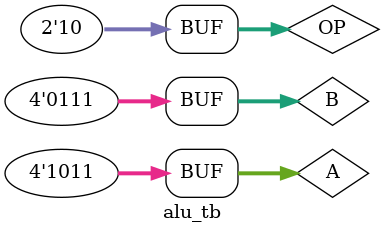
<source format=v>
module alu4bit(
input [3:0] A,
input [3:0] B,
input [1:0] OP,
output reg [3:0] R ,
output reg CF ,
output reg ZF ,
output reg SF);

always @ *
begin
    if(OP==2'b00)
        {CF,R}=A+B;
    else if(OP==2'b01)
        R=A&B;
    
    else if(OP==2'b10)
        R=A>>B;
    if(R==4'b0000)
        ZF=1'b1;
    if(R[3]==1'b1)
        SF=1'b1;
end



endmodule


`timescale 1ns/1ns

module alu_tb;
reg [3:0] A;
reg [3:0] B;
reg [1:0] OP;
wire [3:0] R ;
wire CF ;
wire ZF ;
wire SF;

alu4bit dip(A,B,OP,R,CF,ZF,SF);

initial begin
    A=4'b1111; B=4'b0001; OP=2'b00;#20;
    A=4'b1001; B=4'b0011; OP=2'b00;#20;
    A=4'b1011; B=4'b0111; OP=2'b00;#20;

    A=4'b1111; B=4'b0001; OP=2'b01;#20;
    A=4'b1001; B=4'b0011; OP=2'b01;#20;
    A=4'b1011; B=4'b0111; OP=2'b01;#20;

    A=4'b1111; B=4'b0001; OP=2'b10;#20;
    A=4'b1001; B=4'b0011; OP=2'b10;#20;
    A=4'b1011; B=4'b0111; OP=2'b10;#20;

    end

initial begin
    $monitor("A=%b B=%b op=%b    R=%b SF=%b ZF=%b CF=%d \n",A,B,OP,R,SF,ZF,CF);
    end


endmodule
</source>
